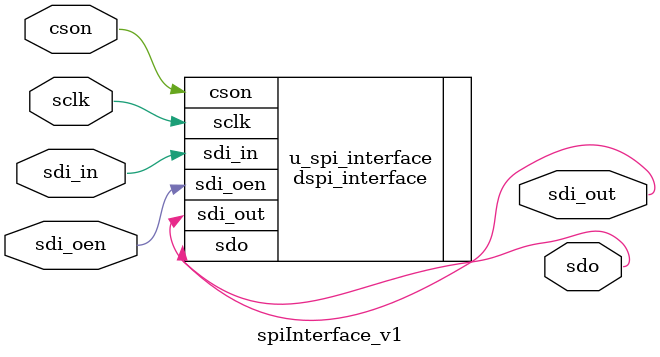
<source format=v>

module spiInterface_v1(
    sclk,
    sdo,
    cson,
    sdi_in,
	sdi_oen,
	sdi_out
);

input sclk;
output sdo;
input cson;
input sdi_in;
input sdi_oen;
output sdi_out;

dspi_interface u_spi_interface (
        .sclk (sclk),
        .sdo (sdo),
        .cson (cson),
        .sdi_in (sdi_in),
        .sdi_oen (sdi_oen),
        .sdi_out (sdi_out)
);

endmodule

// ============================================================
//                  spiInterface Setting
//
// Warning: This part is read by Fuxi, please don't modify it.
// ============================================================
// Device          : HR02PN3W24C7
// Module          : spiInterface_v1
// IP core         : spiInterface
// IP Version      : 1

// Simulation Files: 
// Synthesis Files : 

</source>
